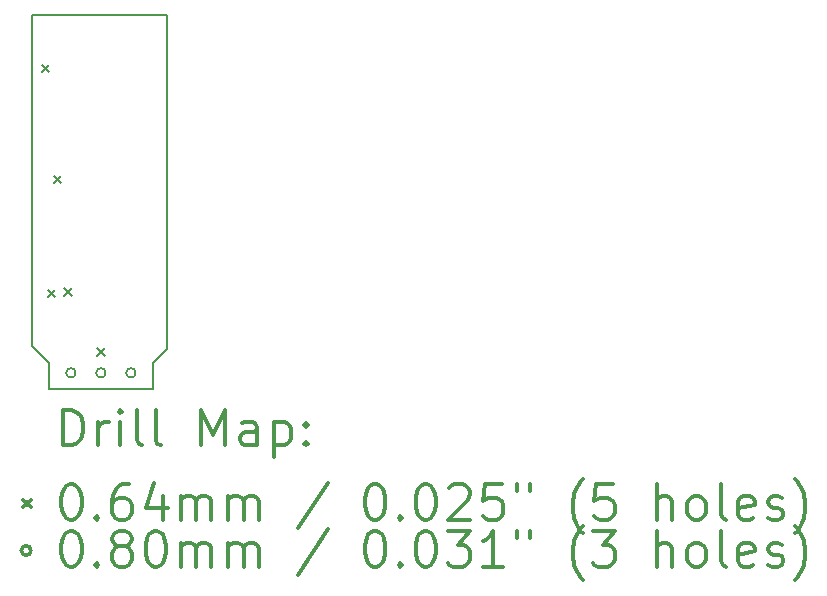
<source format=gbr>
%FSLAX45Y45*%
G04 Gerber Fmt 4.5, Leading zero omitted, Abs format (unit mm)*
G04 Created by KiCad (PCBNEW (2014-10-31 BZR 5243)-product) date Di 25 Nov 2014 02:28:05 CET*
%MOMM*%
G01*
G04 APERTURE LIST*
%ADD10C,0.127000*%
%ADD11C,0.150000*%
%ADD12C,0.200000*%
%ADD13C,0.300000*%
G04 APERTURE END LIST*
D10*
D11*
X16010000Y-14085000D02*
X15185000Y-14085000D01*
X16010000Y-13860000D02*
X16010000Y-14085000D01*
X16130000Y-13740000D02*
X16010000Y-13860000D01*
X14985000Y-10915000D02*
X16130000Y-10915000D01*
X14985000Y-13720000D02*
X14985000Y-10915000D01*
X15130000Y-13865000D02*
X14985000Y-13720000D01*
X15130000Y-14085000D02*
X15130000Y-13865000D01*
X15185000Y-14085000D02*
X15130000Y-14085000D01*
X16130000Y-10915000D02*
X16130000Y-13740000D01*
D12*
X15068550Y-11334750D02*
X15132050Y-11398250D01*
X15132050Y-11334750D02*
X15068550Y-11398250D01*
X15119350Y-13239750D02*
X15182850Y-13303250D01*
X15182850Y-13239750D02*
X15119350Y-13303250D01*
X15170150Y-12274550D02*
X15233650Y-12338050D01*
X15233650Y-12274550D02*
X15170150Y-12338050D01*
X15259050Y-13227050D02*
X15322550Y-13290550D01*
X15322550Y-13227050D02*
X15259050Y-13290550D01*
X15538450Y-13735050D02*
X15601950Y-13798550D01*
X15601950Y-13735050D02*
X15538450Y-13798550D01*
X15356200Y-13944600D02*
G75*
G03X15356200Y-13944600I-40000J0D01*
G01*
X15610200Y-13944600D02*
G75*
G03X15610200Y-13944600I-40000J0D01*
G01*
X15864200Y-13944600D02*
G75*
G03X15864200Y-13944600I-40000J0D01*
G01*
D13*
X15248928Y-14558214D02*
X15248928Y-14258214D01*
X15320357Y-14258214D01*
X15363214Y-14272500D01*
X15391786Y-14301071D01*
X15406071Y-14329643D01*
X15420357Y-14386786D01*
X15420357Y-14429643D01*
X15406071Y-14486786D01*
X15391786Y-14515357D01*
X15363214Y-14543929D01*
X15320357Y-14558214D01*
X15248928Y-14558214D01*
X15548928Y-14558214D02*
X15548928Y-14358214D01*
X15548928Y-14415357D02*
X15563214Y-14386786D01*
X15577500Y-14372500D01*
X15606071Y-14358214D01*
X15634643Y-14358214D01*
X15734643Y-14558214D02*
X15734643Y-14358214D01*
X15734643Y-14258214D02*
X15720357Y-14272500D01*
X15734643Y-14286786D01*
X15748928Y-14272500D01*
X15734643Y-14258214D01*
X15734643Y-14286786D01*
X15920357Y-14558214D02*
X15891786Y-14543929D01*
X15877500Y-14515357D01*
X15877500Y-14258214D01*
X16077500Y-14558214D02*
X16048928Y-14543929D01*
X16034643Y-14515357D01*
X16034643Y-14258214D01*
X16420357Y-14558214D02*
X16420357Y-14258214D01*
X16520357Y-14472500D01*
X16620357Y-14258214D01*
X16620357Y-14558214D01*
X16891786Y-14558214D02*
X16891786Y-14401071D01*
X16877500Y-14372500D01*
X16848929Y-14358214D01*
X16791786Y-14358214D01*
X16763214Y-14372500D01*
X16891786Y-14543929D02*
X16863214Y-14558214D01*
X16791786Y-14558214D01*
X16763214Y-14543929D01*
X16748928Y-14515357D01*
X16748928Y-14486786D01*
X16763214Y-14458214D01*
X16791786Y-14443929D01*
X16863214Y-14443929D01*
X16891786Y-14429643D01*
X17034643Y-14358214D02*
X17034643Y-14658214D01*
X17034643Y-14372500D02*
X17063214Y-14358214D01*
X17120357Y-14358214D01*
X17148929Y-14372500D01*
X17163214Y-14386786D01*
X17177500Y-14415357D01*
X17177500Y-14501071D01*
X17163214Y-14529643D01*
X17148929Y-14543929D01*
X17120357Y-14558214D01*
X17063214Y-14558214D01*
X17034643Y-14543929D01*
X17306071Y-14529643D02*
X17320357Y-14543929D01*
X17306071Y-14558214D01*
X17291786Y-14543929D01*
X17306071Y-14529643D01*
X17306071Y-14558214D01*
X17306071Y-14372500D02*
X17320357Y-14386786D01*
X17306071Y-14401071D01*
X17291786Y-14386786D01*
X17306071Y-14372500D01*
X17306071Y-14401071D01*
X14914000Y-15020750D02*
X14977500Y-15084250D01*
X14977500Y-15020750D02*
X14914000Y-15084250D01*
X15306071Y-14888214D02*
X15334643Y-14888214D01*
X15363214Y-14902500D01*
X15377500Y-14916786D01*
X15391786Y-14945357D01*
X15406071Y-15002500D01*
X15406071Y-15073929D01*
X15391786Y-15131071D01*
X15377500Y-15159643D01*
X15363214Y-15173929D01*
X15334643Y-15188214D01*
X15306071Y-15188214D01*
X15277500Y-15173929D01*
X15263214Y-15159643D01*
X15248928Y-15131071D01*
X15234643Y-15073929D01*
X15234643Y-15002500D01*
X15248928Y-14945357D01*
X15263214Y-14916786D01*
X15277500Y-14902500D01*
X15306071Y-14888214D01*
X15534643Y-15159643D02*
X15548928Y-15173929D01*
X15534643Y-15188214D01*
X15520357Y-15173929D01*
X15534643Y-15159643D01*
X15534643Y-15188214D01*
X15806071Y-14888214D02*
X15748928Y-14888214D01*
X15720357Y-14902500D01*
X15706071Y-14916786D01*
X15677500Y-14959643D01*
X15663214Y-15016786D01*
X15663214Y-15131071D01*
X15677500Y-15159643D01*
X15691786Y-15173929D01*
X15720357Y-15188214D01*
X15777500Y-15188214D01*
X15806071Y-15173929D01*
X15820357Y-15159643D01*
X15834643Y-15131071D01*
X15834643Y-15059643D01*
X15820357Y-15031071D01*
X15806071Y-15016786D01*
X15777500Y-15002500D01*
X15720357Y-15002500D01*
X15691786Y-15016786D01*
X15677500Y-15031071D01*
X15663214Y-15059643D01*
X16091786Y-14988214D02*
X16091786Y-15188214D01*
X16020357Y-14873929D02*
X15948928Y-15088214D01*
X16134643Y-15088214D01*
X16248928Y-15188214D02*
X16248928Y-14988214D01*
X16248928Y-15016786D02*
X16263214Y-15002500D01*
X16291786Y-14988214D01*
X16334643Y-14988214D01*
X16363214Y-15002500D01*
X16377500Y-15031071D01*
X16377500Y-15188214D01*
X16377500Y-15031071D02*
X16391786Y-15002500D01*
X16420357Y-14988214D01*
X16463214Y-14988214D01*
X16491786Y-15002500D01*
X16506071Y-15031071D01*
X16506071Y-15188214D01*
X16648928Y-15188214D02*
X16648928Y-14988214D01*
X16648928Y-15016786D02*
X16663214Y-15002500D01*
X16691786Y-14988214D01*
X16734643Y-14988214D01*
X16763214Y-15002500D01*
X16777500Y-15031071D01*
X16777500Y-15188214D01*
X16777500Y-15031071D02*
X16791786Y-15002500D01*
X16820357Y-14988214D01*
X16863214Y-14988214D01*
X16891786Y-15002500D01*
X16906071Y-15031071D01*
X16906071Y-15188214D01*
X17491786Y-14873929D02*
X17234643Y-15259643D01*
X17877500Y-14888214D02*
X17906071Y-14888214D01*
X17934643Y-14902500D01*
X17948928Y-14916786D01*
X17963214Y-14945357D01*
X17977500Y-15002500D01*
X17977500Y-15073929D01*
X17963214Y-15131071D01*
X17948928Y-15159643D01*
X17934643Y-15173929D01*
X17906071Y-15188214D01*
X17877500Y-15188214D01*
X17848928Y-15173929D01*
X17834643Y-15159643D01*
X17820357Y-15131071D01*
X17806071Y-15073929D01*
X17806071Y-15002500D01*
X17820357Y-14945357D01*
X17834643Y-14916786D01*
X17848928Y-14902500D01*
X17877500Y-14888214D01*
X18106071Y-15159643D02*
X18120357Y-15173929D01*
X18106071Y-15188214D01*
X18091786Y-15173929D01*
X18106071Y-15159643D01*
X18106071Y-15188214D01*
X18306071Y-14888214D02*
X18334643Y-14888214D01*
X18363214Y-14902500D01*
X18377500Y-14916786D01*
X18391786Y-14945357D01*
X18406071Y-15002500D01*
X18406071Y-15073929D01*
X18391786Y-15131071D01*
X18377500Y-15159643D01*
X18363214Y-15173929D01*
X18334643Y-15188214D01*
X18306071Y-15188214D01*
X18277500Y-15173929D01*
X18263214Y-15159643D01*
X18248928Y-15131071D01*
X18234643Y-15073929D01*
X18234643Y-15002500D01*
X18248928Y-14945357D01*
X18263214Y-14916786D01*
X18277500Y-14902500D01*
X18306071Y-14888214D01*
X18520357Y-14916786D02*
X18534643Y-14902500D01*
X18563214Y-14888214D01*
X18634643Y-14888214D01*
X18663214Y-14902500D01*
X18677500Y-14916786D01*
X18691786Y-14945357D01*
X18691786Y-14973929D01*
X18677500Y-15016786D01*
X18506071Y-15188214D01*
X18691786Y-15188214D01*
X18963214Y-14888214D02*
X18820357Y-14888214D01*
X18806071Y-15031071D01*
X18820357Y-15016786D01*
X18848928Y-15002500D01*
X18920357Y-15002500D01*
X18948928Y-15016786D01*
X18963214Y-15031071D01*
X18977500Y-15059643D01*
X18977500Y-15131071D01*
X18963214Y-15159643D01*
X18948928Y-15173929D01*
X18920357Y-15188214D01*
X18848928Y-15188214D01*
X18820357Y-15173929D01*
X18806071Y-15159643D01*
X19091786Y-14888214D02*
X19091786Y-14945357D01*
X19206071Y-14888214D02*
X19206071Y-14945357D01*
X19648928Y-15302500D02*
X19634643Y-15288214D01*
X19606071Y-15245357D01*
X19591786Y-15216786D01*
X19577500Y-15173929D01*
X19563214Y-15102500D01*
X19563214Y-15045357D01*
X19577500Y-14973929D01*
X19591786Y-14931071D01*
X19606071Y-14902500D01*
X19634643Y-14859643D01*
X19648928Y-14845357D01*
X19906071Y-14888214D02*
X19763214Y-14888214D01*
X19748928Y-15031071D01*
X19763214Y-15016786D01*
X19791786Y-15002500D01*
X19863214Y-15002500D01*
X19891786Y-15016786D01*
X19906071Y-15031071D01*
X19920357Y-15059643D01*
X19920357Y-15131071D01*
X19906071Y-15159643D01*
X19891786Y-15173929D01*
X19863214Y-15188214D01*
X19791786Y-15188214D01*
X19763214Y-15173929D01*
X19748928Y-15159643D01*
X20277500Y-15188214D02*
X20277500Y-14888214D01*
X20406071Y-15188214D02*
X20406071Y-15031071D01*
X20391786Y-15002500D01*
X20363214Y-14988214D01*
X20320357Y-14988214D01*
X20291786Y-15002500D01*
X20277500Y-15016786D01*
X20591786Y-15188214D02*
X20563214Y-15173929D01*
X20548928Y-15159643D01*
X20534643Y-15131071D01*
X20534643Y-15045357D01*
X20548928Y-15016786D01*
X20563214Y-15002500D01*
X20591786Y-14988214D01*
X20634643Y-14988214D01*
X20663214Y-15002500D01*
X20677500Y-15016786D01*
X20691786Y-15045357D01*
X20691786Y-15131071D01*
X20677500Y-15159643D01*
X20663214Y-15173929D01*
X20634643Y-15188214D01*
X20591786Y-15188214D01*
X20863214Y-15188214D02*
X20834643Y-15173929D01*
X20820357Y-15145357D01*
X20820357Y-14888214D01*
X21091786Y-15173929D02*
X21063214Y-15188214D01*
X21006071Y-15188214D01*
X20977500Y-15173929D01*
X20963214Y-15145357D01*
X20963214Y-15031071D01*
X20977500Y-15002500D01*
X21006071Y-14988214D01*
X21063214Y-14988214D01*
X21091786Y-15002500D01*
X21106071Y-15031071D01*
X21106071Y-15059643D01*
X20963214Y-15088214D01*
X21220357Y-15173929D02*
X21248929Y-15188214D01*
X21306071Y-15188214D01*
X21334643Y-15173929D01*
X21348929Y-15145357D01*
X21348929Y-15131071D01*
X21334643Y-15102500D01*
X21306071Y-15088214D01*
X21263214Y-15088214D01*
X21234643Y-15073929D01*
X21220357Y-15045357D01*
X21220357Y-15031071D01*
X21234643Y-15002500D01*
X21263214Y-14988214D01*
X21306071Y-14988214D01*
X21334643Y-15002500D01*
X21448928Y-15302500D02*
X21463214Y-15288214D01*
X21491786Y-15245357D01*
X21506071Y-15216786D01*
X21520357Y-15173929D01*
X21534643Y-15102500D01*
X21534643Y-15045357D01*
X21520357Y-14973929D01*
X21506071Y-14931071D01*
X21491786Y-14902500D01*
X21463214Y-14859643D01*
X21448928Y-14845357D01*
X14977500Y-15448500D02*
G75*
G03X14977500Y-15448500I-40000J0D01*
G01*
X15306071Y-15284214D02*
X15334643Y-15284214D01*
X15363214Y-15298500D01*
X15377500Y-15312786D01*
X15391786Y-15341357D01*
X15406071Y-15398500D01*
X15406071Y-15469929D01*
X15391786Y-15527071D01*
X15377500Y-15555643D01*
X15363214Y-15569929D01*
X15334643Y-15584214D01*
X15306071Y-15584214D01*
X15277500Y-15569929D01*
X15263214Y-15555643D01*
X15248928Y-15527071D01*
X15234643Y-15469929D01*
X15234643Y-15398500D01*
X15248928Y-15341357D01*
X15263214Y-15312786D01*
X15277500Y-15298500D01*
X15306071Y-15284214D01*
X15534643Y-15555643D02*
X15548928Y-15569929D01*
X15534643Y-15584214D01*
X15520357Y-15569929D01*
X15534643Y-15555643D01*
X15534643Y-15584214D01*
X15720357Y-15412786D02*
X15691786Y-15398500D01*
X15677500Y-15384214D01*
X15663214Y-15355643D01*
X15663214Y-15341357D01*
X15677500Y-15312786D01*
X15691786Y-15298500D01*
X15720357Y-15284214D01*
X15777500Y-15284214D01*
X15806071Y-15298500D01*
X15820357Y-15312786D01*
X15834643Y-15341357D01*
X15834643Y-15355643D01*
X15820357Y-15384214D01*
X15806071Y-15398500D01*
X15777500Y-15412786D01*
X15720357Y-15412786D01*
X15691786Y-15427071D01*
X15677500Y-15441357D01*
X15663214Y-15469929D01*
X15663214Y-15527071D01*
X15677500Y-15555643D01*
X15691786Y-15569929D01*
X15720357Y-15584214D01*
X15777500Y-15584214D01*
X15806071Y-15569929D01*
X15820357Y-15555643D01*
X15834643Y-15527071D01*
X15834643Y-15469929D01*
X15820357Y-15441357D01*
X15806071Y-15427071D01*
X15777500Y-15412786D01*
X16020357Y-15284214D02*
X16048928Y-15284214D01*
X16077500Y-15298500D01*
X16091786Y-15312786D01*
X16106071Y-15341357D01*
X16120357Y-15398500D01*
X16120357Y-15469929D01*
X16106071Y-15527071D01*
X16091786Y-15555643D01*
X16077500Y-15569929D01*
X16048928Y-15584214D01*
X16020357Y-15584214D01*
X15991786Y-15569929D01*
X15977500Y-15555643D01*
X15963214Y-15527071D01*
X15948928Y-15469929D01*
X15948928Y-15398500D01*
X15963214Y-15341357D01*
X15977500Y-15312786D01*
X15991786Y-15298500D01*
X16020357Y-15284214D01*
X16248928Y-15584214D02*
X16248928Y-15384214D01*
X16248928Y-15412786D02*
X16263214Y-15398500D01*
X16291786Y-15384214D01*
X16334643Y-15384214D01*
X16363214Y-15398500D01*
X16377500Y-15427071D01*
X16377500Y-15584214D01*
X16377500Y-15427071D02*
X16391786Y-15398500D01*
X16420357Y-15384214D01*
X16463214Y-15384214D01*
X16491786Y-15398500D01*
X16506071Y-15427071D01*
X16506071Y-15584214D01*
X16648928Y-15584214D02*
X16648928Y-15384214D01*
X16648928Y-15412786D02*
X16663214Y-15398500D01*
X16691786Y-15384214D01*
X16734643Y-15384214D01*
X16763214Y-15398500D01*
X16777500Y-15427071D01*
X16777500Y-15584214D01*
X16777500Y-15427071D02*
X16791786Y-15398500D01*
X16820357Y-15384214D01*
X16863214Y-15384214D01*
X16891786Y-15398500D01*
X16906071Y-15427071D01*
X16906071Y-15584214D01*
X17491786Y-15269929D02*
X17234643Y-15655643D01*
X17877500Y-15284214D02*
X17906071Y-15284214D01*
X17934643Y-15298500D01*
X17948928Y-15312786D01*
X17963214Y-15341357D01*
X17977500Y-15398500D01*
X17977500Y-15469929D01*
X17963214Y-15527071D01*
X17948928Y-15555643D01*
X17934643Y-15569929D01*
X17906071Y-15584214D01*
X17877500Y-15584214D01*
X17848928Y-15569929D01*
X17834643Y-15555643D01*
X17820357Y-15527071D01*
X17806071Y-15469929D01*
X17806071Y-15398500D01*
X17820357Y-15341357D01*
X17834643Y-15312786D01*
X17848928Y-15298500D01*
X17877500Y-15284214D01*
X18106071Y-15555643D02*
X18120357Y-15569929D01*
X18106071Y-15584214D01*
X18091786Y-15569929D01*
X18106071Y-15555643D01*
X18106071Y-15584214D01*
X18306071Y-15284214D02*
X18334643Y-15284214D01*
X18363214Y-15298500D01*
X18377500Y-15312786D01*
X18391786Y-15341357D01*
X18406071Y-15398500D01*
X18406071Y-15469929D01*
X18391786Y-15527071D01*
X18377500Y-15555643D01*
X18363214Y-15569929D01*
X18334643Y-15584214D01*
X18306071Y-15584214D01*
X18277500Y-15569929D01*
X18263214Y-15555643D01*
X18248928Y-15527071D01*
X18234643Y-15469929D01*
X18234643Y-15398500D01*
X18248928Y-15341357D01*
X18263214Y-15312786D01*
X18277500Y-15298500D01*
X18306071Y-15284214D01*
X18506071Y-15284214D02*
X18691786Y-15284214D01*
X18591786Y-15398500D01*
X18634643Y-15398500D01*
X18663214Y-15412786D01*
X18677500Y-15427071D01*
X18691786Y-15455643D01*
X18691786Y-15527071D01*
X18677500Y-15555643D01*
X18663214Y-15569929D01*
X18634643Y-15584214D01*
X18548928Y-15584214D01*
X18520357Y-15569929D01*
X18506071Y-15555643D01*
X18977500Y-15584214D02*
X18806071Y-15584214D01*
X18891786Y-15584214D02*
X18891786Y-15284214D01*
X18863214Y-15327071D01*
X18834643Y-15355643D01*
X18806071Y-15369929D01*
X19091786Y-15284214D02*
X19091786Y-15341357D01*
X19206071Y-15284214D02*
X19206071Y-15341357D01*
X19648928Y-15698500D02*
X19634643Y-15684214D01*
X19606071Y-15641357D01*
X19591786Y-15612786D01*
X19577500Y-15569929D01*
X19563214Y-15498500D01*
X19563214Y-15441357D01*
X19577500Y-15369929D01*
X19591786Y-15327071D01*
X19606071Y-15298500D01*
X19634643Y-15255643D01*
X19648928Y-15241357D01*
X19734643Y-15284214D02*
X19920357Y-15284214D01*
X19820357Y-15398500D01*
X19863214Y-15398500D01*
X19891786Y-15412786D01*
X19906071Y-15427071D01*
X19920357Y-15455643D01*
X19920357Y-15527071D01*
X19906071Y-15555643D01*
X19891786Y-15569929D01*
X19863214Y-15584214D01*
X19777500Y-15584214D01*
X19748928Y-15569929D01*
X19734643Y-15555643D01*
X20277500Y-15584214D02*
X20277500Y-15284214D01*
X20406071Y-15584214D02*
X20406071Y-15427071D01*
X20391786Y-15398500D01*
X20363214Y-15384214D01*
X20320357Y-15384214D01*
X20291786Y-15398500D01*
X20277500Y-15412786D01*
X20591786Y-15584214D02*
X20563214Y-15569929D01*
X20548928Y-15555643D01*
X20534643Y-15527071D01*
X20534643Y-15441357D01*
X20548928Y-15412786D01*
X20563214Y-15398500D01*
X20591786Y-15384214D01*
X20634643Y-15384214D01*
X20663214Y-15398500D01*
X20677500Y-15412786D01*
X20691786Y-15441357D01*
X20691786Y-15527071D01*
X20677500Y-15555643D01*
X20663214Y-15569929D01*
X20634643Y-15584214D01*
X20591786Y-15584214D01*
X20863214Y-15584214D02*
X20834643Y-15569929D01*
X20820357Y-15541357D01*
X20820357Y-15284214D01*
X21091786Y-15569929D02*
X21063214Y-15584214D01*
X21006071Y-15584214D01*
X20977500Y-15569929D01*
X20963214Y-15541357D01*
X20963214Y-15427071D01*
X20977500Y-15398500D01*
X21006071Y-15384214D01*
X21063214Y-15384214D01*
X21091786Y-15398500D01*
X21106071Y-15427071D01*
X21106071Y-15455643D01*
X20963214Y-15484214D01*
X21220357Y-15569929D02*
X21248929Y-15584214D01*
X21306071Y-15584214D01*
X21334643Y-15569929D01*
X21348929Y-15541357D01*
X21348929Y-15527071D01*
X21334643Y-15498500D01*
X21306071Y-15484214D01*
X21263214Y-15484214D01*
X21234643Y-15469929D01*
X21220357Y-15441357D01*
X21220357Y-15427071D01*
X21234643Y-15398500D01*
X21263214Y-15384214D01*
X21306071Y-15384214D01*
X21334643Y-15398500D01*
X21448928Y-15698500D02*
X21463214Y-15684214D01*
X21491786Y-15641357D01*
X21506071Y-15612786D01*
X21520357Y-15569929D01*
X21534643Y-15498500D01*
X21534643Y-15441357D01*
X21520357Y-15369929D01*
X21506071Y-15327071D01*
X21491786Y-15298500D01*
X21463214Y-15255643D01*
X21448928Y-15241357D01*
M02*

</source>
